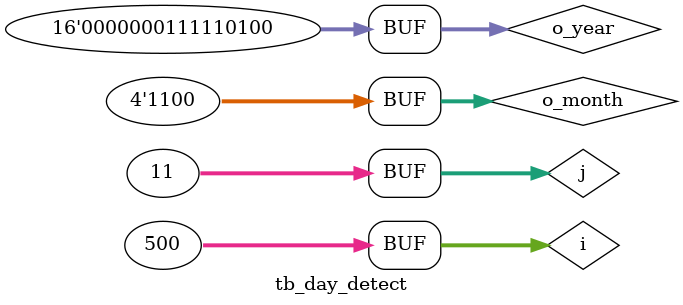
<source format=v>
`timescale 1ns / 1ps

module tb_day_detect ();

  reg  [ 3:0] o_month;
  reg  [15:0] o_year;
  wire [ 1:0] o_rst_day;

  day_detect DUT (
      .o_month(o_month),
      .o_year(o_year),
      .o_rst_day(o_rst_day)
  );

  integer i;
  integer j;
  initial begin
    // initiate
    o_month = 1;
    o_year  = 0;

    for (i = 0; i < 500; i = i + 1) begin
      o_year = o_year + 1;
      #5;
      o_month = 1;
      #5;
      for (j = 0; j < 11; j = j + 1) begin
        o_month = o_month + 1;
        #5;
      end

    end
  end
endmodule

</source>
